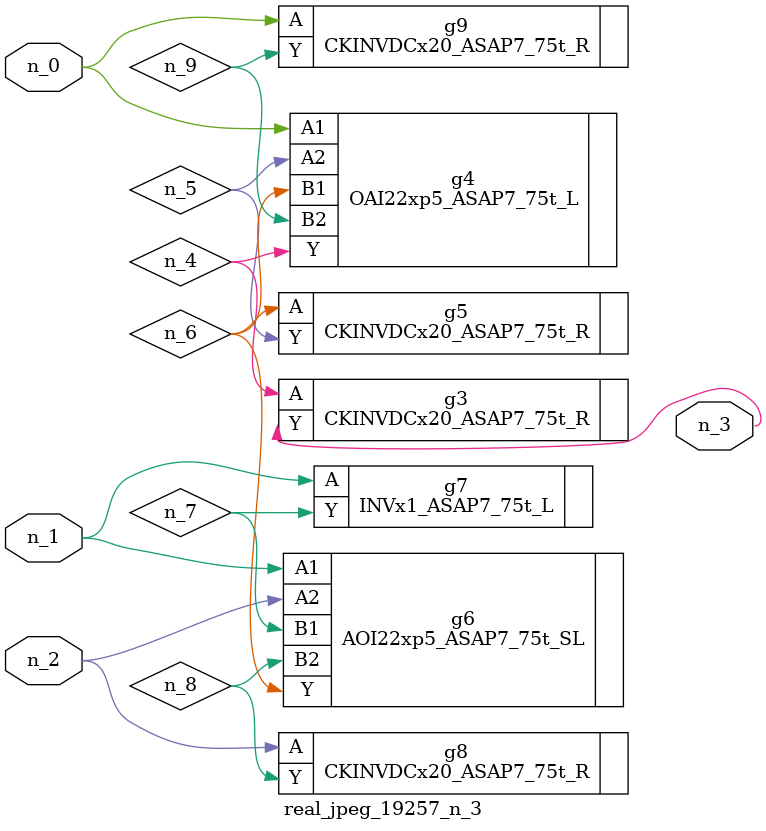
<source format=v>
module real_jpeg_19257_n_3 (n_1, n_0, n_2, n_3);

input n_1;
input n_0;
input n_2;

output n_3;

wire n_5;
wire n_8;
wire n_4;
wire n_6;
wire n_7;
wire n_9;

OAI22xp5_ASAP7_75t_L g4 ( 
.A1(n_0),
.A2(n_5),
.B1(n_6),
.B2(n_9),
.Y(n_4)
);

CKINVDCx20_ASAP7_75t_R g9 ( 
.A(n_0),
.Y(n_9)
);

AOI22xp5_ASAP7_75t_SL g6 ( 
.A1(n_1),
.A2(n_2),
.B1(n_7),
.B2(n_8),
.Y(n_6)
);

INVx1_ASAP7_75t_L g7 ( 
.A(n_1),
.Y(n_7)
);

CKINVDCx20_ASAP7_75t_R g8 ( 
.A(n_2),
.Y(n_8)
);

CKINVDCx20_ASAP7_75t_R g3 ( 
.A(n_4),
.Y(n_3)
);

CKINVDCx20_ASAP7_75t_R g5 ( 
.A(n_6),
.Y(n_5)
);


endmodule
</source>
